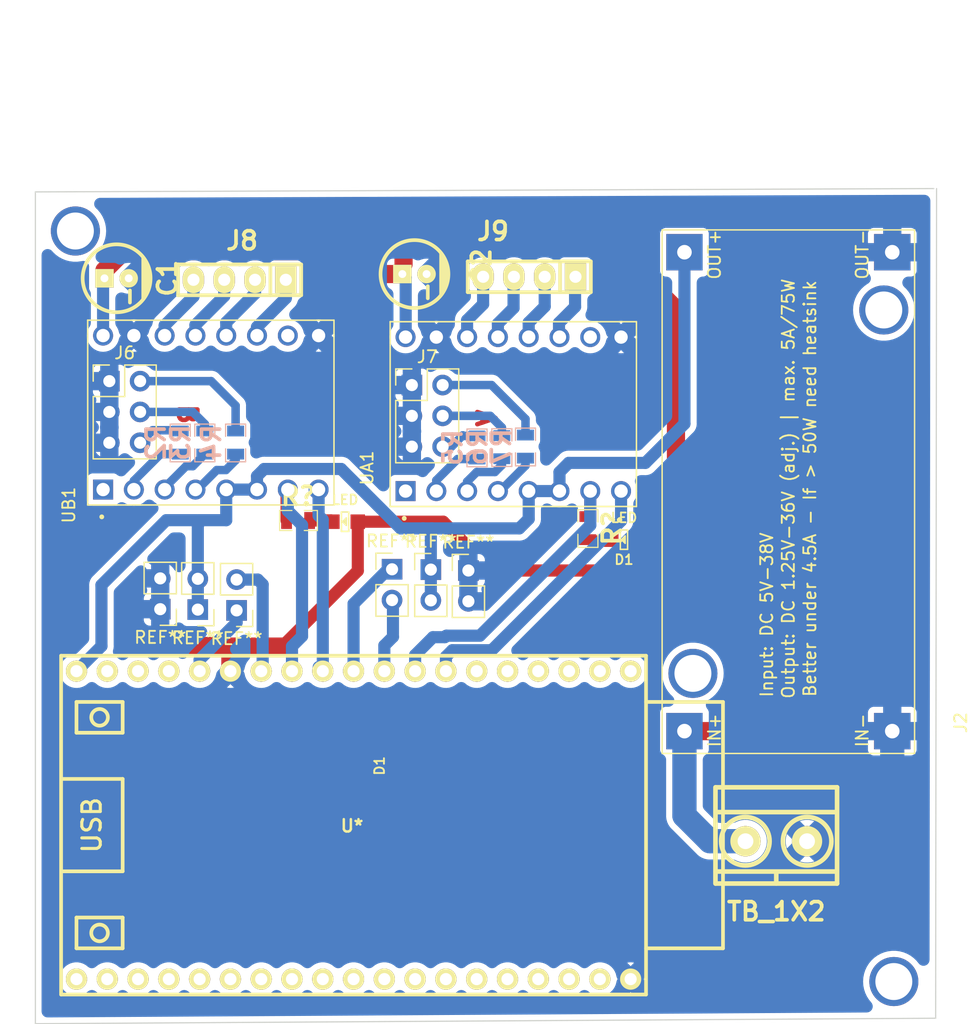
<source format=kicad_pcb>
(kicad_pcb (version 20211014) (generator pcbnew)
  (layers (0 "F.Cu" signal) (31 "B.Cu" signal) (34 "B.Paste" user) (35 "F.Paste" user) (36 "B.SilkS" user "B.Silkscreen") (37 "F.SilkS" user "F.Silkscreen") (38 "B.Mask" user) (39 "F.Mask" user) (44 "Edge.Cuts" user))
  (net 0 "")
  (net 1 "/STEP_A")
  (net 2 "/DIR_A")
  (net 3 "/Servo_A")
  (net 4 "/Servo_B")
  (net 5 "/STEP_B")
  (net 6 "/DIR_B")
  (net 7 "/End_Stop_B")
  (net 8 "/End_Stop_A")
  (net 9 "5v")
  (net 10 "12V")
  (net 11 "GND")
  (net 12 "Net-(J6-Pad2)")
  (net 13 "Net-(J6-Pad4)")
  (net 14 "Net-(J6-Pad6)")
  (net 15 "Net-(J7-Pad2)")
  (net 16 "Net-(J7-Pad4)")
  (net 17 "Net-(J7-Pad6)")
  (net 18 "/11A")
  (net 19 "/12A")
  (net 20 "Net-(UB1-Pad13)")
  (net 21 "Net-(UB1-Pad14)")
  (net 22 "/11C")
  (net 23 "/12C")
  (net 24 "Net-(UA1-Pad13)")
  (net 25 "Net-(UA1-Pad14)")
  (net 26 "Net-(UB1-Pad2)")
  (net 27 "Net-(UB1-Pad3)")
  (net 28 "Net-(UB1-Pad4)")
  (net 29 "Net-(UA1-Pad2)")
  (net 30 "Net-(UA1-Pad3)")
  (net 31 "Net-(UA1-Pad4)")
  (net 33 "unconnected-(UB1-Pad10)")
  (net 34 "led_res_1")
  (net 35 "led_res_2")
  (footprint "lx:XL4005_DC-DC" (layer "F.Cu") (at 175.6665 112.3235 90)
    (fp_text reference "J2" (at 2.54 3.81 90) (layer "F.SilkS"))
    (fp_text value "Step_Down_Mini")
    (fp_text user "Output: DC 1.25V-36V (adj.) | max. 5A/75W" (at 21.844 -10.414 90) (layer "F.SilkS"))
    (fp_text user "OUT+" (at 41.148 -16.51 90) (layer "F.SilkS"))
    (fp_text user "IN-" (at 1.905 -4.318 90) (layer "F.SilkS"))
    (fp_text user "Better under 4.5A - If > 50W need heatsink" (at 21.844 -8.636 90) (layer "F.SilkS"))
    (fp_text user "IN+" (at 1.905 -16.51 90) (layer "F.SilkS"))
    (fp_text user "Input: DC 5V-38V" (at 11.43 -12.192 90) (layer "F.SilkS"))
    (fp_text user "OUT-" (at 41.148 -4.318 90) (layer "F.SilkS"))
    (pad "" thru_hole circle locked (at 6.604 -18.288 90) (size 4.048 4.048) (drill 3.048) (layers *.Cu *.Mask))
    (pad "" thru_hole circle locked (at 36.576 -2.54 90) (size 4.048 4.048) (drill 3.048) (layers *.Cu *.Mask))
    (pad "1" thru_hole rect locked (at 1.8415 -18.9865 90) (size 3 3) (drill 1.2) (layers *.Cu *.Mask) (net 10 "12V"))
    (pad "2" thru_hole rect locked (at 1.8415 -1.8415 90) (size 3 3) (drill 1.2) (layers *.Cu *.Mask) (net 11 "GND"))
    (pad "3" thru_hole rect locked (at 41.3385 -18.9865 90) (size 3 3) (drill 1.2) (layers *.Cu *.Mask) (net 9 "5v"))
    (pad "4" thru_hole rect locked (at 41.3385 -1.8415 90) (size 3 3) (drill 1.2) (layers *.Cu *.Mask) (net 11 "GND"))
  )
  (footprint "STEPPERDRIVERS:IC_DRV8825_STEPPER_MOTOR_DRIVER_CARRIER" (layer "F.Cu") (at 117.605 84.21 90)
    (fp_text reference "UB1" (at -7.63 -11.715 90) (layer "F.SilkS"))
    (fp_text value "DRV8825_STEPPER_MOTOR_DRIVER_CARRIER")
    (pad "1" thru_hole rect (at -6.35 -8.89 90) (size 1.65 1.65) (drill 1.1) (layers *.Cu *.Mask))
    (pad "2" thru_hole circle (at -6.35 -6.35 90) (size 1.65 1.65) (drill 1.1) (layers *.Cu *.Mask) (net 26 "Net-(UB1-Pad2)"))
    (pad "3" thru_hole circle (at -6.35 -3.81 90) (size 1.65 1.65) (drill 1.1) (layers *.Cu *.Mask) (net 27 "Net-(UB1-Pad3)"))
    (pad "4" thru_hole circle (at -6.35 -1.27 90) (size 1.65 1.65) (drill 1.1) (layers *.Cu *.Mask) (net 28 "Net-(UB1-Pad4)"))
    (pad "5" thru_hole circle (at -6.35 1.27 90) (size 1.65 1.65) (drill 1.1) (layers *.Cu *.Mask) (net 9 "5v"))
    (pad "6" thru_hole circle (at -6.35 3.81 90) (size 1.65 1.65) (drill 1.1) (layers *.Cu *.Mask) (net 9 "5v"))
    (pad "7" thru_hole circle (at -6.35 6.35 90) (size 1.65 1.65) (drill 1.1) (layers *.Cu *.Mask) (net 5 "/STEP_B"))
    (pad "8" thru_hole circle (at -6.35 8.89 90) (size 1.65 1.65) (drill 1.1) (layers *.Cu *.Mask) (net 6 "/DIR_B"))
    (pad "9" thru_hole circle (at 6.35 8.89 90) (size 1.65 1.65) (drill 1.1) (layers *.Cu *.Mask) (net 11 "GND"))
    (pad "10" thru_hole circle (at 6.35 6.35 90) (size 1.65 1.65) (drill 1.1) (layers *.Cu *.Mask) (net 33 "unconnected-(UB1-Pad10)"))
    (pad "11" thru_hole circle (at 6.35 3.81 90) (size 1.65 1.65) (drill 1.1) (layers *.Cu *.Mask) (net 18 "/11A"))
    (pad "12" thru_hole circle (at 6.35 1.27 90) (size 1.65 1.65) (drill 1.1) (layers *.Cu *.Mask) (net 19 "/12A"))
    (pad "13" thru_hole circle (at 6.35 -1.27 90) (size 1.65 1.65) (drill 1.1) (layers *.Cu *.Mask) (net 20 "Net-(UB1-Pad13)"))
    (pad "14" thru_hole circle (at 6.35 -3.81 90) (size 1.65 1.65) (drill 1.1) (layers *.Cu *.Mask) (net 21 "Net-(UB1-Pad14)"))
    (pad "15" thru_hole circle (at 6.35 -6.35 90) (size 1.65 1.65) (drill 1.1) (layers *.Cu *.Mask) (net 11 "GND"))
    (pad "16" thru_hole circle (at 6.35 -8.89 90) (size 1.65 1.65) (drill 1.1) (layers *.Cu *.Mask) (net 10 "12V"))
  )
  (footprint "Connector_PinHeader_2.54mm:PinHeader_1x02_P2.54mm_Vertical" (layer "F.Cu") (at 119.73 100.525 180)
    (fp_text reference "REF**" (at 0 -2.33) (layer "F.SilkS"))
    (fp_text value "PinHeader_1x02_P2.54mm_Vertical")
    (pad "2" thru_hole oval (at 0 2.54 180) (size 1.7 1.7) (drill 1) (layers *.Cu *.Mask) (net 7 "/End_Stop_B"))
    (pad "se" thru_hole rect (at 0 0 180) (size 1.7 1.7) (drill 1) (layers *.Cu *.Mask) (net 8 "/End_Stop_A"))
  )
  (footprint "EESTN5:BORNERA2_AZUL" (layer "F.Cu") (at 164.255 119.56125)
    (fp_text reference "J1" hide)
    (fp_text value "TB_1X2" (at 0 5.8) (layer "F.SilkS") (effects (font (size 1.5 1.5) (thickness 0.3))))
    (pad "1" thru_hole circle locked (at -2.54 0) (size 2.5 2.5) (drill 1.3) (layers *.Cu *.Mask "F.SilkS") (net 10 "12V"))
    (pad "2" thru_hole circle locked (at 2.54 0) (size 2.5 2.5) (drill 1.3) (layers *.Cu *.Mask "F.SilkS") (net 11 "GND"))
  )
  (footprint "EESTN5:ESP32_DEVKITC" (layer "F.Cu") (at 129.38 118.235 180)
    (fp_text reference "U*" (at 0.127 -0.0635) (layer "F.SilkS") (effects (font (size 1.016 1.016) (thickness 0.2032))))
    (fp_text value "ESP32_DEVKITC" hide)
    (fp_text user "USB" (at 21.59 0 90) (layer "F.SilkS") (effects (font (size 1.524 1.524) (thickness 0.254))))
    (pad "1" thru_hole circle locked (at -22.86 12.7 180) (size 1.75 1.75) (drill 1) (layers *.Cu *.Mask "F.SilkS"))
    (pad "2" thru_hole circle locked (at -20.32 12.7 180) (size 1.75 1.75) (drill 1) (layers *.Cu *.Mask "F.SilkS"))
    (pad "3" thru_hole circle locked (at -17.78 12.7 180) (size 1.75 1.75) (drill 1) (layers *.Cu *.Mask "F.SilkS"))
    (pad "4" thru_hole circle locked (at -15.24 12.7 180) (size 1.75 1.75) (drill 1) (layers *.Cu *.Mask "F.SilkS"))
    (pad "5" thru_hole circle locked (at -12.7 12.7 180) (size 1.75 1.75) (drill 1) (layers *.Cu *.Mask "F.SilkS"))
    (pad "6" thru_hole circle locked (at -10.16 12.7 180) (size 1.75 1.75) (drill 1) (layers *.Cu *.Mask "F.SilkS"))
    (pad "7" thru_hole circle locked (at -7.62 12.7 180) (size 1.75 1.75) (drill 1) (layers *.Cu *.Mask "F.SilkS") (net 2 "/DIR_A"))
    (pad "8" thru_hole circle locked (at -5.08 12.7 180) (size 1.75 1.75) (drill 1) (layers *.Cu *.Mask "F.SilkS") (net 1 "/STEP_A"))
    (pad "9" thru_hole circle locked (at -2.54 12.7 180) (size 1.75 1.75) (drill 1) (layers *.Cu *.Mask "F.SilkS") (net 4 "/Servo_B"))
    (pad "10" thru_hole circle locked (at 0 12.7 180) (size 1.75 1.75) (drill 1) (layers *.Cu *.Mask "F.SilkS") (net 3 "/Servo_A"))
    (pad "11" thru_hole circle locked (at 2.54 12.7 180) (size 1.75 1.75) (drill 1) (layers *.Cu *.Mask "F.SilkS") (net 6 "/DIR_B"))
    (pad "12" thru_hole circle locked (at 5.08 12.7 180) (size 1.75 1.75) (drill 1) (layers *.Cu *.Mask "F.SilkS") (net 5 "/STEP_B"))
    (pad "13" thru_hole circle locked (at 7.62 12.7 180) (size 1.75 1.75) (drill 1) (layers *.Cu *.Mask "F.SilkS") (net 7 "/End_Stop_B"))
    (pad "14" thru_hole circle locked (at 10.16 12.7 180) (size 1.75 1.75) (drill 1) (layers *.Cu *.Mask "F.SilkS") (net 11 "GND"))
    (pad "15" thru_hole circle locked (at 12.7 12.7 180) (size 1.75 1.75) (drill 1) (layers *.Cu *.Mask "F.SilkS") (net 8 "/End_Stop_A"))
    (pad "16" thru_hole circle locked (at 15.24 12.7 180) (size 1.75 1.75) (drill 1) (layers *.Cu *.Mask "F.SilkS"))
    (pad "17" thru_hole circle locked (at 17.78 12.7 180) (size 1.75 1.75) (drill 1) (layers *.Cu *.Mask "F.SilkS"))
    (pad "18" thru_hole circle locked (at 20.32 12.7 180) (size 1.75 1.75) (drill 1) (layers *.Cu *.Mask "F.SilkS"))
    (pad "19" thru_hole circle locked (at 22.86 12.7 180) (size 1.75 1.75) (drill 1) (layers *.Cu *.Mask "F.SilkS") (net 9 "5v"))
    (pad "20" thru_hole circle locked (at 22.86 -12.7) (size 1.75 1.75) (drill 1) (layers *.Cu *.Mask "F.SilkS"))
    (pad "21" thru_hole circle locked (at 20.32 -12.7) (size 1.75 1.75) (drill 1) (layers *.Cu *.Mask "F.SilkS"))
    (pad "22" thru_hole circle locked (at 17.78 -12.7) (size 1.75 1.75) (drill 1) (layers *.Cu *.Mask "F.SilkS"))
    (pad "23" thru_hole circle locked (at 15.24 -12.7) (size 1.75 1.75) (drill 1) (layers *.Cu *.Mask "F.SilkS"))
    (pad "24" thru_hole circle locked (at 12.7 -12.7) (size 1.75 1.75) (drill 1) (layers *.Cu *.Mask "F.SilkS"))
    (pad "25" thru_hole circle locked (at 10.16 -12.7) (size 1.75 1.75) (drill 1) (layers *.Cu *.Mask "F.SilkS"))
    (pad "26" thru_hole circle locked (at 7.62 -12.7) (size 1.75 1.75) (drill 1) (layers *.Cu *.Mask "F.SilkS"))
    (pad "27" thru_hole circle locked (at 5.08 -12.7) (size 1.75 1.75) (drill 1) (layers *.Cu *.Mask "F.SilkS"))
    (pad "28" thru_hole circle locked (at 2.54 -12.7) (size 1.75 1.75) (drill 1) (layers *.Cu *.Mask "F.SilkS"))
    (pad "29" thru_hole circle locked (at 0 -12.7) (size 1.75 1.75) (drill 1) (layers *.Cu *.Mask "F.SilkS"))
    (pad "30" thru_hole circle locked (at -2.54 -12.7) (size 1.75 1.75) (drill 1) (layers *.Cu *.Mask "F.SilkS"))
    (pad "31" thru_hole circle locked (at -5.08 -12.7) (size 1.75 1.75) (drill 1) (layers *.Cu *.Mask "F.SilkS"))
    (pad "32" thru_hole circle locked (at -7.62 -12.7) (size 1.75 1.75) (drill 1) (layers *.Cu *.Mask "F.SilkS"))
    (pad "33" thru_hole circle locked (at -10.16 -12.7) (size 1.75 1.75) (drill 1) (layers *.Cu *.Mask "F.SilkS"))
    (pad "34" thru_hole circle locked (at -12.7 -12.7) (size 1.75 1.75) (drill 1) (layers *.Cu *.Mask "F.SilkS"))
    (pad "35" thru_hole circle locked (at -15.24 -12.7) (size 1.75 1.75) (drill 1) (layers *.Cu *.Mask "F.SilkS"))
    (pad "36" thru_hole circle locked (at -17.78 -12.7) (size 1.75 1.75) (drill 1) (layers *.Cu *.Mask "F.SilkS"))
    (pad "37" thru_hole circle locked (at -20.32 -12.7) (size 1.75 1.75) (drill 1) (layers *.Cu *.Mask "F.SilkS"))
    (pad "38" thru_hole circle locked (at -22.86 -12.7) (size 1.75 1.75) (drill 1) (layers *.Cu *.Mask "F.SilkS") (net 11 "GND"))
  )
  (footprint "" (layer "F.Cu") (at 173.955 131.135)
    (fp_text reference "" (at 0 0) (layer "F.SilkS") (effects (font (size 1.27 1.27))))
    (fp_text value "" (at 0 0) (layer "F.SilkS") (effects (font (size 1.27 1.27))))
    (pad "" thru_hole circle locked (at 0 0 90) (size 4.048 4.048) (drill 3.048) (layers *.Cu *.Mask))
  )
  (footprint "STEPPERDRIVERS:IC_DRV8825_STEPPER_MOTOR_DRIVER_CARRIER" (layer "F.Cu") (at 142.56 84.335 90)
    (fp_text reference "UA1" (at -4.445 -12.065 90) (layer "F.SilkS"))
    (fp_text value "DRV8825_STEPPER_MOTOR_DRIVER_CARRIER")
    (pad "1" thru_hole rect (at -6.35 -8.89 90) (size 1.65 1.65) (drill 1.1) (layers *.Cu *.Mask))
    (pad "2" thru_hole circle (at -6.35 -6.35 90) (size 1.65 1.65) (drill 1.1) (layers *.Cu *.Mask) (net 29 "Net-(UA1-Pad2)"))
    (pad "3" thru_hole circle (at -6.35 -3.81 90) (size 1.65 1.65) (drill 1.1) (layers *.Cu *.Mask) (net 30 "Net-(UA1-Pad3)"))
    (pad "4" thru_hole circle (at -6.35 -1.27 90) (size 1.65 1.65) (drill 1.1) (layers *.Cu *.Mask) (net 31 "Net-(UA1-Pad4)"))
    (pad "5" thru_hole circle (at -6.35 1.27 90) (size 1.65 1.65) (drill 1.1) (layers *.Cu *.Mask) (net 9 "5v"))
    (pad "6" thru_hole circle (at -6.35 3.81 90) (size 1.65 1.65) (drill 1.1) (layers *.Cu *.Mask) (net 9 "5v"))
    (pad "7" thru_hole circle (at -6.35 6.35 90) (size 1.65 1.65) (drill 1.1) (layers *.Cu *.Mask) (net 1 "/STEP_A"))
    (pad "8" thru_hole circle (at -6.35 8.89 90) (size 1.65 1.65) (drill 1.1) (layers *.Cu *.Mask) (net 2 "/DIR_A"))
    (pad "9" thru_hole circle (at 6.35 8.89 90) (size 1.65 1.65) (drill 1.1) (layers *.Cu *.Mask) (net 11 "GND"))
    (pad "10" thru_hole circle (at 6.35 6.35 90) (size 1.65 1.65) (drill 1.1) (layers *.Cu *.Mask))
    (pad "11" thru_hole circle (at 6.35 3.81 90) (size 1.65 1.65) (drill 1.1) (layers *.Cu *.Mask) (net 22 "/11C"))
    (pad "12" thru_hole circle (at 6.35 1.27 90) (size 1.65 1.65) (drill 1.1) (layers *.Cu *.Mask) (net 23 "/12C"))
    (pad "13" thru_hole circle (at 6.35 -1.27 90) (size 1.65 1.65) (drill 1.1) (layers *.Cu *.Mask) (net 24 "Net-(UA1-Pad13)"))
    (pad "14" thru_hole circle (at 6.35 -3.81 90) (size 1.65 1.65) (drill 1.1) (layers *.Cu *.Mask) (net 25 "Net-(UA1-Pad14)"))
    (pad "15" thru_hole circle (at 6.35 -6.35 90) (size 1.65 1.65) (drill 1.1) (layers *.Cu *.Mask) (net 11 "GND"))
    (pad "16" thru_hole circle (at 6.35 -8.89 90) (size 1.65 1.65) (drill 1.1) (layers *.Cu *.Mask) (net 10 "12V"))
  )
  (footprint "EESTN5:R_0805" (layer "F.Cu") (at 124.805 93.11)
    (fp_text reference "R?" (at 0 -2) (layer "F.SilkS") (effects (font (size 1.5 1.5) (thickness 0.3))))
    (fp_text value "Value" hide)
    (pad "1" smd rect locked (at -0.9525 0) (size 0.889 1.397) (layers "F.Cu" "F.Paste" "F.Mask") (net 5 "/STEP_B"))
    (pad "2" smd rect locked (at 0.9525 0) (size 0.889 1.397) (layers "F.Cu" "F.Paste" "F.Mask") (net 35 "led_res_2"))
  )
  (footprint "" (layer "F.Cu") (at 106.43 69.235)
    (fp_text reference "" (at 0 0) (layer "F.SilkS") (effects (font (size 1.27 1.27))))
    (fp_text value "" (at 0 0) (layer "F.SilkS") (effects (font (size 1.27 1.27))))
    (pad "" thru_hole circle locked (at 0 0 90) (size 4.048 4.048) (drill 3.048) (layers *.Cu *.Mask))
  )
  (footprint "Connector_PinHeader_2.54mm:PinHeader_2x03_P2.54mm_Vertical" (layer "F.Cu") (at 109.23 81.6175)
    (fp_text reference "J6" (at 1.27 -2.33) (layer "F.SilkS"))
    (fp_text value "HEADER_3x2")
    (pad "1" thru_hole rect (at 0 0) (size 1.7 1.7) (drill 1) (layers *.Cu *.Mask) (net 11 "GND"))
    (pad "2" thru_hole oval (at 2.54 0) (size 1.7 1.7) (drill 1) (layers *.Cu *.Mask) (net 12 "Net-(J6-Pad2)"))
    (pad "3" thru_hole oval (at 0 2.54) (size 1.7 1.7) (drill 1) (layers *.Cu *.Mask) (net 11 "GND"))
    (pad "4" thru_hole oval (at 2.54 2.54) (size 1.7 1.7) (drill 1) (layers *.Cu *.Mask) (net 13 "Net-(J6-Pad4)"))
    (pad "5" thru_hole oval (at 0 5.08) (size 1.7 1.7) (drill 1) (layers *.Cu *.Mask) (net 11 "GND"))
    (pad "6" thru_hole oval (at 2.54 5.08) (size 1.7 1.7) (drill 1) (layers *.Cu *.Mask) (net 14 "Net-(J6-Pad6)"))
  )
  (footprint "EESTN5:R_0805" (layer "F.Cu") (at 148.715 93.74 -90)
    (fp_text reference "R?" (at 0 -2 90) (layer "F.SilkS") (effects (font (size 1.5 1.5) (thickness 0.3))))
    (fp_text value "Value" hide)
    (pad "1" smd rect locked (at -0.9525 0 270) (size 0.889 1.397) (layers "F.Cu" "F.Paste" "F.Mask") (net 1 "/STEP_A"))
    (pad "2" smd rect locked (at 0.9525 0 270) (size 0.889 1.397) (layers "F.Cu" "F.Paste" "F.Mask"))
  )
  (footprint "Connector_PinHeader_2.54mm:PinHeader_1x02_P2.54mm_Vertical" (layer "F.Cu") (at 132.555 97.135)
    (fp_text reference "REF**" (at 0 -2.33) (layer "F.SilkS"))
    (fp_text value "PinHeader_1x02_P2.54mm_Vertical")
    (pad "2" thru_hole oval (at 0 2.54) (size 1.7 1.7) (drill 1) (layers *.Cu *.Mask) (net 4 "/Servo_B"))
    (pad "se" thru_hole rect (at 0 0) (size 1.7 1.7) (drill 1) (layers *.Cu *.Mask) (net 3 "/Servo_A"))
  )
  (footprint "Connector_PinHeader_2.54mm:PinHeader_1x02_P2.54mm_Vertical" (layer "F.Cu") (at 113.43 100.425 180)
    (fp_text reference "REF**" (at 0 -2.33) (layer "F.SilkS"))
    (fp_text value "PinHeader_1x02_P2.54mm_Vertical")
    (pad "2" thru_hole oval (at 0 2.54 180) (size 1.7 1.7) (drill 1) (layers *.Cu *.Mask) (net 11 "GND"))
    (pad "g" thru_hole rect (at 0 0 180) (size 1.7 1.7) (drill 1) (layers *.Cu *.Mask) (net 11 "GND"))
  )
  (footprint "EESTN5:Led_0805" (layer "F.Cu") (at 128.68 93.21 180)
    (fp_text reference "D1" (at -2.844 -20.135 90) (layer "F.SilkS") (effects (font (size 0.8001 0.8001) (thickness 0.14986))))
    (fp_text value "LED" (at 0 1.80086) (layer "F.SilkS") (effects (font (size 0.8001 0.8001) (thickness 0.14986))))
    (pad "1" smd rect locked (at -1.04902 0 180) (size 1.19888 1.19888) (layers "F.Cu" "F.Paste" "F.Mask") (net 11 "GND"))
    (pad "2" smd rect locked (at 1.04902 0 180) (size 1.19888 1.19888) (layers "F.Cu" "F.Paste" "F.Mask") (net 35 "led_res_2"))
  )
  (footprint "EESTN5:Led_0805" (layer "F.Cu") (at 151.69 94.69 180)
    (fp_text reference "D1" (at 0 -1.651) (layer "F.SilkS") (effects (font (size 0.8001 0.8001) (thickness 0.14986))))
    (fp_text value "LED" (at 0 1.80086) (layer "F.SilkS") (effects (font (size 0.8001 0.8001) (thickness 0.14986))))
    (pad "1" smd rect locked (at -1.04902 0 180) (size 1.19888 1.19888) (layers "F.Cu" "F.Paste" "F.Mask") (net 11 "GND"))
    (pad "2" smd rect locked (at 1.04902 0 180) (size 1.19888 1.19888) (layers "F.Cu" "F.Paste" "F.Mask"))
  )
  (footprint "Connector_PinHeader_2.54mm:PinHeader_1x02_P2.54mm_Vertical" (layer "F.Cu") (at 116.53 100.46 180)
    (fp_text reference "REF**" (at 0 -2.33) (layer "F.SilkS"))
    (fp_text value "PinHeader_1x02_P2.54mm_Vertical")
    (pad "1" thru_hole rect (at 0 0 180) (size 1.7 1.7) (drill 1) (layers *.Cu *.Mask) (net 9 "5v"))
    (pad "2" thru_hole oval (at 0 2.54 180) (size 1.7 1.7) (drill 1) (layers *.Cu *.Mask) (net 9 "5v"))
  )
  (footprint "EESTN5:pin_strip_4" (layer "F.Cu") (at 119.98 73.26 180)
    (fp_text reference "J8" (at -0.2032 3.2258) (layer "F.SilkS") (effects (font (size 1.5 1.5) (thickness 0.3))))
    (fp_text value "HEADER_4" hide)
    (pad "1" thru_hole rect locked (at -3.81 0 180) (size 1.75 2.2) (drill 1.00076) (layers *.Cu *.Mask "F.SilkS") (net 18 "/11A"))
    (pad "2" thru_hole oval locked (at -1.27 0 180) (size 1.75 2.2) (drill 1.00076) (layers *.Cu *.Mask "F.SilkS") (net 19 "/12A"))
    (pad "3" thru_hole oval locked (at 1.27 0 180) (size 1.75 2.2) (drill 1.00076) (layers *.Cu *.Mask "F.SilkS") (net 20 "Net-(UB1-Pad13)"))
    (pad "4" thru_hole oval locked (at 3.81 0 180) (size 1.75 2.2) (drill 1.00076) (layers *.Cu *.Mask "F.SilkS") (net 21 "Net-(UB1-Pad14)"))
  )
  (footprint "EESTN5:CAP_ELEC_5x11mm" (layer "F.Cu") (at 134.405 72.785 -90)
    (fp_text reference "C2" (at -0.6 -5.525 90) (layer "F.SilkS") (effects (font (size 1.524 1.524) (thickness 0.3048))))
    (fp_text value "CAPAPOL" hide)
    (pad "1" thru_hole rect locked (at 0 1 270) (size 1.524 1.524) (drill 0.65) (layers *.Cu *.Mask "F.SilkS") (net 10 "12V"))
    (pad "2" thru_hole circle locked (at 0 -1 270) (size 1.524 1.524) (drill 0.65) (layers *.Cu *.Mask "F.SilkS") (net 11 "GND"))
  )
  (footprint "Connector_PinHeader_2.54mm:PinHeader_1x02_P2.54mm_Vertical" (layer "F.Cu") (at 138.855 97.235)
    (fp_text reference "REF**" (at 0 -2.33) (layer "F.SilkS"))
    (fp_text value "PinHeader_1x02_P2.54mm_Vertical")
    (pad "2" thru_hole oval (at 0 2.54) (size 1.7 1.7) (drill 1) (layers *.Cu *.Mask) (net 11 "GND"))
    (pad "g" thru_hole rect (at 0 0) (size 1.7 1.7) (drill 1) (layers *.Cu *.Mask) (net 11 "GND"))
  )
  (footprint "Connector_PinHeader_2.54mm:PinHeader_1x02_P2.54mm_Vertical" (layer "F.Cu") (at 135.755 97.16)
    (fp_text reference "REF**" (at 0 -2.33) (layer "F.SilkS"))
    (fp_text value "PinHeader_1x02_P2.54mm_Vertical")
    (pad "1" thru_hole rect (at 0 0) (size 1.7 1.7) (drill 1) (layers *.Cu *.Mask) (net 9 "5v"))
    (pad "2" thru_hole oval (at 0 2.54) (size 1.7 1.7) (drill 1) (layers *.Cu *.Mask) (net 9 "5v"))
  )
  (footprint "EESTN5:pin_strip_4" (layer "F.Cu") (at 143.88 73.01 180)
    (fp_text reference "J9" (at 2.9968 3.7508) (layer "F.SilkS") (effects (font (size 1.5 1.5) (thickness 0.3))))
    (fp_text value "HEADER_4" hide)
    (pad "1" thru_hole rect locked (at -3.81 0 180) (size 1.75 2.2) (drill 1.00076) (layers *.Cu *.Mask "F.SilkS") (net 22 "/11C"))
    (pad "2" thru_hole oval locked (at -1.27 0 180) (size 1.75 2.2) (drill 1.00076) (layers *.Cu *.Mask "F.SilkS") (net 23 "/12C"))
    (pad "3" thru_hole oval locked (at 1.27 0 180) (size 1.75 2.2) (drill 1.00076) (layers *.Cu *.Mask "F.SilkS") (net 24 "Net-(UA1-Pad13)"))
    (pad "4" thru_hole oval locked (at 3.81 0 180) (size 1.75 2.2) (drill 1.00076) (layers *.Cu *.Mask "F.SilkS") (net 25 "Net-(UA1-Pad14)"))
  )
  (footprint "EESTN5:CAP_ELEC_5x11mm" (layer "F.Cu") (at 109.83 73.135 -90)
    (fp_text reference "C1" (at 0 -4.2 90) (layer "F.SilkS") (effects (font (size 1.524 1.524) (thickness 0.3048))))
    (fp_text value "CAPAPOL" hide)
    (pad "1" thru_hole rect locked (at 0 1 270) (size 1.524 1.524) (drill 0.65) (layers *.Cu *.Mask "F.SilkS") (net 10 "12V"))
    (pad "2" thru_hole circle locked (at 0 -1 270) (size 1.524 1.524) (drill 0.65) (layers *.Cu *.Mask "F.SilkS") (net 11 "GND"))
  )
  (footprint "Connector_PinHeader_2.54mm:PinHeader_2x03_P2.54mm_Vertical" (layer "F.Cu") (at 134.19 81.94)
    (fp_text reference "J7" (at 1.27 -2.33) (layer "F.SilkS"))
    (fp_text value "HEADER_3x2")
    (pad "1" thru_hole rect (at 0 0) (size 1.7 1.7) (drill 1) (layers *.Cu *.Mask) (net 11 "GND"))
    (pad "2" thru_hole oval (at 2.54 0) (size 1.7 1.7) (drill 1) (layers *.Cu *.Mask) (net 15 "Net-(J7-Pad2)"))
    (pad "3" thru_hole oval (at 0 2.54) (size 1.7 1.7) (drill 1) (layers *.Cu *.Mask) (net 11 "GND"))
    (pad "4" thru_hole oval (at 2.54 2.54) (size 1.7 1.7) (drill 1) (layers *.Cu *.Mask) (net 16 "Net-(J7-Pad4)"))
    (pad "5" thru_hole oval (at 0 5.08) (size 1.7 1.7) (drill 1) (layers *.Cu *.Mask) (net 11 "GND"))
    (pad "6" thru_hole oval (at 2.54 5.08) (size 1.7 1.7) (drill 1) (layers *.Cu *.Mask) (net 17 "Net-(J7-Pad6)"))
  )
  (footprint "EESTN5:R_0805" (layer "B.Cu") (at 119.649 86.6825 -90)
    (fp_text reference "R4" (at 0 2 90) (layer "B.SilkS") (effects (font (size 1.5 1.5) (thickness 0.3)) (justify mirror)))
    (fp_text value "10k" hide)
    (pad "1" smd rect locked (at -0.9525 0 270) (size 0.889 1.397) (layers "B.Cu" "B.Paste" "B.Mask") (net 12 "Net-(J6-Pad2)"))
    (pad "2" smd rect locked (at 0.9525 0 270) (size 0.889 1.397) (layers "B.Cu" "B.Paste" "B.Mask") (net 28 "Net-(UB1-Pad4)"))
  )
  (footprint "EESTN5:R_0805" (layer "B.Cu") (at 139.565 87.09 -90)
    (fp_text reference "R5" (at 0 2 90) (layer "B.SilkS") (effects (font (size 1.5 1.5) (thickness 0.3)) (justify mirror)))
    (fp_text value "10k" hide)
    (pad "1" smd rect locked (at -0.9525 0 270) (size 0.889 1.397) (layers "B.Cu" "B.Paste" "B.Mask") (net 17 "Net-(J7-Pad6)"))
    (pad "2" smd rect locked (at 0.9525 0 270) (size 0.889 1.397) (layers "B.Cu" "B.Paste" "B.Mask") (net 29 "Net-(UA1-Pad2)"))
  )
  (footprint "EESTN5:R_0805" (layer "B.Cu") (at 115.077 86.6825 -90)
    (fp_text reference "R2" (at 0 2 90) (layer "B.SilkS") (effects (font (size 1.5 1.5) (thickness 0.3)) (justify mirror)))
    (fp_text value "10k" hide)
    (pad "1" smd rect locked (at -0.9525 0 270) (size 0.889 1.397) (layers "B.Cu" "B.Paste" "B.Mask") (net 14 "Net-(J6-Pad6)"))
    (pad "2" smd rect locked (at 0.9525 0 270) (size 0.889 1.397) (layers "B.Cu" "B.Paste" "B.Mask") (net 26 "Net-(UB1-Pad2)"))
  )
  (footprint "EESTN5:R_0805" (layer "B.Cu") (at 141.615 87.065 -90)
    (fp_text reference "R6" (at 0 2 90) (layer "B.SilkS") (effects (font (size 1.5 1.5) (thickness 0.3)) (justify mirror)))
    (fp_text value "10k" hide)
    (pad "1" smd rect locked (at -0.9525 0 270) (size 0.889 1.397) (layers "B.Cu" "B.Paste" "B.Mask") (net 16 "Net-(J7-Pad4)"))
    (pad "2" smd rect locked (at 0.9525 0 270) (size 0.889 1.397) (layers "B.Cu" "B.Paste" "B.Mask") (net 30 "Net-(UA1-Pad3)"))
  )
  (footprint "EESTN5:R_0805" (layer "B.Cu") (at 117.109 86.6825 -90)
    (fp_text reference "R3" (at 0 2 90) (layer "B.SilkS") (effects (font (size 1.5 1.5) (thickness 0.3)) (justify mirror)))
    (fp_text value "10k" hide)
    (pad "1" smd rect locked (at -0.9525 0 270) (size 0.889 1.397) (layers "B.Cu" "B.Paste" "B.Mask") (net 13 "Net-(J6-Pad4)"))
    (pad "2" smd rect locked (at 0.9525 0 270) (size 0.889 1.397) (layers "B.Cu" "B.Paste" "B.Mask") (net 27 "Net-(UB1-Pad3)"))
  )
  (footprint "EESTN5:R_0805" (layer "B.Cu") (at 143.565 87.015 -90)
    (fp_text reference "R7" (at 0 2 90) (layer "B.SilkS") (effects (font (size 1.5 1.5) (thickness 0.3)) (justify mirror)))
    (fp_text value "10k" hide)
    (pad "1" smd rect locked (at -0.9525 0 270) (size 0.889 1.397) (layers "B.Cu" "B.Paste" "B.Mask") (net 15 "Net-(J7-Pad2)"))
    (pad "2" smd rect locked (at 0.9525 0 270) (size 0.889 1.397) (layers "B.Cu" "B.Paste" "B.Mask") (net 31 "Net-(UA1-Pad4)"))
  )
  (gr_line (start 177.405 134.16) (end 177.48 65.735) (layer "Edge.Cuts") (width 0.1))
  (gr_line (start 103.13 134.61) (end 177.405 134.16) (layer "Edge.Cuts") (width 0.1))
  (gr_line (start 177.255 65.735) (end 103.13 66.01) (layer "Edge.Cuts") (width 0.1))
  (gr_line (start 103.13 66.01) (end 103.13 134.61) (layer "Edge.Cuts") (width 0.1))
  (gr_text "A" (at 140.265 84.665 -90) (layer "F.Cu") (effects (font (size 1.5 1.5) (thickness 0.375))))
  (gr_text "B\n" (at 115.6655 84.351 -90) (layer "F.Cu") (effects (font (size 1.5 1.5) (thickness 0.375))))
  (gr_text "STEP-DOWN" (at 165.455 91.06 90) (layer "F.Cu") (effects (font (size 2.5 3.5) (thickness 0.625))))
  (gr_text "ESP32-S" (at 131.98 118.635) (layer "F.Cu") (effects (font (size 3 5.5) (thickness 0.75))))
  (segment (start 148.91 92.5925) (end 148.715 92.7875) (width 1) (layer "F.Cu") (net 1))
  (segment (start 148.91 90.685) (end 148.91 92.5925) (width 1) (layer "F.Cu") (net 1))
  (segment (start 134.46 104.205) (end 134.46 105.535) (width 1) (layer "B.Cu") (net 1))
  (segment (start 136.908623 102.735) (end 135.93 102.735) (width 1) (layer "B.Cu") (net 1))
  (segment (start 137.033143 102.61048) (end 136.908623 102.735) (width 1) (layer "B.Cu") (net 1))
  (segment (start 148.91 90.685) (end 148.91 93.505) (width 1) (layer "B.Cu") (net 1))
  (segment (start 139.80452 102.61048) (end 137.033143 102.61048) (width 1) (layer "B.Cu") (net 1))
  (segment (start 148.91 93.505) (end 139.80452 102.61048) (width 1) (layer "B.Cu") (net 1))
  (segment (start 135.93 102.735) (end 134.46 104.205) (width 1) (layer "B.Cu") (net 1))
  (segment (start 151.45 93.14) (end 140.78 103.81) (width 1) (layer "B.Cu") (net 2))
  (segment (start 151.45 90.685) (end 151.45 93.14) (width 1) (layer "B.Cu") (net 2))
  (segment (start 140.78 103.81) (end 137.53 103.81) (width 1) (layer "B.Cu") (net 2))
  (segment (start 137.53 103.81) (end 137 104.34) (width 1) (layer "B.Cu") (net 2))
  (segment (start 137 104.34) (end 137 105.535) (width 1) (layer "B.Cu") (net 2))
  (segment (start 132.005 97.36) (end 129.38 99.985) (width 1) (layer "B.Cu") (net 3))
  (segment (start 129.38 99.985) (end 129.38 105.535) (width 1) (layer "B.Cu") (net 3))
  (segment (start 132.63 97.36) (end 132.005 97.36) (width 1) (layer "B.Cu") (net 3))
  (segment (start 132.63 99.36) (end 132.63 102.71) (width 1) (layer "B.Cu") (net 4))
  (segment (start 132.63 102.71) (end 131.92 103.42) (width 1) (layer "B.Cu") (net 4))
  (segment (start 131.92 103.42) (end 131.92 105.535) (width 1) (layer "B.Cu") (net 4))
  (segment (start 123.8525 93.11) (end 123.8525 90.6625) (width 1) (layer "F.Cu") (net 5))
  (segment (start 123.8525 90.6625) (end 123.955 90.56) (width 1) (layer "F.Cu") (net 5))
  (segment (start 124.3 103.49) (end 124.3 105.535) (width 1) (layer "B.Cu") (net 5))
  (segment (start 123.955 90.56) (end 123.955 92.31) (width 1) (layer "B.Cu") (net 5))
  (segment (start 125.13 93.485) (end 125.13 102.66) (width 1) (layer "B.Cu") (net 5))
  (segment (start 125.13 102.66) (end 124.3 103.49) (width 1) (layer "B.Cu") (net 5))
  (segment (start 123.955 92.31) (end 125.13 93.485) (width 1) (layer "B.Cu") (net 5))
  (segment (start 126.84 105.535) (end 126.505 105.2) (width 1) (layer "B.Cu") (net 6))
  (segment (start 126.84 105.535) (end 126.84 93.05) (width 1) (layer "B.Cu") (net 6))
  (segment (start 126.84 93.05) (end 126.495 92.705) (width 1) (layer "B.Cu") (net 6))
  (segment (start 126.495 92.705) (end 126.495 90.56) (width 1) (layer "B.Cu") (net 6))
  (segment (start 126.505 90.57) (end 126.495 90.56) (width 1) (layer "B.Cu") (net 6))
  (segment (start 121.48 97.985) (end 121.88 98.385) (width 1) (layer "B.Cu") (net 7))
  (segment (start 119.73 97.985) (end 121.48 97.985) (width 1) (layer "B.Cu") (net 7))
  (segment (start 121.93 105.365) (end 121.76 105.535) (width 1) (layer "B.Cu") (net 7))
  (segment (start 121.88 105.46) (end 121.88 105.48) (width 0.7) (layer "B.Cu") (net 7))
  (segment (start 121.88 98.385) (end 121.88 105.34) (width 1) (layer "B.Cu") (net 7))
  (segment (start 119.73 100.525) (end 119.73 101.535) (width 1) (layer "B.Cu") (net 8))
  (segment (start 116.68 104.585) (end 116.68 105.535) (width 1) (layer "B.Cu") (net 8))
  (segment (start 119.73 101.535) (end 116.68 104.585) (width 1) (layer "B.Cu") (net 8))
  (segment (start 116.63 93.085) (end 118.875 93.085) (width 1) (layer "B.Cu") (net 9))
  (segment (start 143.83 90.685) (end 146.37 90.685) (width 1) (layer "B.Cu") (net 9))
  (segment (start 116.505 93.21) (end 116.38 93.085) (width 1) (layer "B.Cu") (net 9))
  (segment (start 113.93 93.085) (end 108.58 98.435) (width 1) (layer "B.Cu") (net 9))
  (segment (start 108.58 103.475) (end 106.52 105.535) (width 1) (layer "B.Cu") (net 9))
  (segment (start 128.355 88.86) (end 122.005 88.86) (width 1) (layer "B.Cu") (net 9))
  (segment (start 143.055 93.76) (end 135.83 93.76) (width 1) (layer "B.Cu") (net 9))
  (segment (start 135.755 99.7) (end 135.755 97.16) (width 1) (layer "B.Cu") (net 9))
  (segment (start 143.83 90.685) (end 143.83 92.985) (width 1) (layer "B.Cu") (net 9))
  (segment (start 121.415 90.56) (end 118.875 90.56) (width 1) (layer "B.Cu") (net 9))
  (segment (start 156.68 70.985) (end 156.68 85.135) (width 1) (layer "B.Cu") (net 9))
  (segment (start 156.68 85.135) (end 153.455 88.36) (width 1) (layer "B.Cu") (net 9))
  (segment (start 143.83 92.985) (end 143.055 93.76) (width 1) (layer "B.Cu") (net 9))
  (segment (start 122.005 88.86) (end 121.415 89.45) (width 1) (layer "B.Cu") (net 9))
  (segment (start 135.83 93.76) (end 135.105 93.76) (width 1) (layer "B.Cu") (net 9))
  (segment (start 116.58 93.435) (end 116.43 93.285) (width 1) (layer "B.Cu") (net 9))
  (segment (start 146.37 89.12) (end 146.37 90.685) (width 1) (layer "B.Cu") (net 9))
  (segment (start 153.455 88.36) (end 147.13 88.36) (width 1) (layer "B.Cu") (net 9))
  (segment (start 135.105 93.76) (end 133.255 93.76) (width 1) (layer "B.Cu") (net 9))
  (segment (start 135.755 97.16) (end 135.755 93.835) (width 1) (layer "B.Cu") (net 9))
  (segment (start 116.38 93.085) (end 113.93 93.085) (width 1) (layer "B.Cu") (net 9))
  (segment (start 118.875 93.085) (end 118.875 90.56) (width 1) (layer "B.Cu") (net 9))
  (segment (start 116.53 97.92) (end 116.53 93.41) (width 1) (layer "B.Cu") (net 9))
  (segment (start 147.13 88.36) (end 146.37 89.12) (width 1) (layer "B.Cu") (net 9))
  (segment (start 108.58 98.435) (end 108.58 103.475) (width 1) (layer "B.Cu") (net 9))
  (segment (start 121.415 89.45) (end 121.415 90.56) (width 1) (layer "B.Cu") (net 9))
  (segment (start 135.755 93.835) (end 135.83 93.76) (width 1) (layer "B.Cu") (net 9))
  (segment (start 116.43 93.285) (end 116.63 93.085) (width 1) (layer "B.Cu") (net 9))
  (segment (start 135.105 93.76) (end 135.055 93.81) (width 1) (layer "B.Cu") (net 9))
  (segment (start 116.53 100.46) (end 116.53 97.92) (width 1) (layer "B.Cu") (net 9))
  (segment (start 133.255 93.76) (end 128.355 88.86) (width 1) (layer "B.Cu") (net 9))
  (segment (start 149.205978 68.91) (end 134.518 68.91) (width 1.5) (layer "F.Cu") (net 10))
  (segment (start 110.405 70.91) (end 108.83 72.485) (width 1.5) (layer "F.Cu") (net 10))
  (segment (start 128.355 72.785) (end 126.48 70.91) (width 1.5) (layer "F.Cu") (net 10))
  (segment (start 155.98 75.684022) (end 149.205978 68.91) (width 1.5) (layer "F.Cu") (net 10))
  (segment (start 134.518 68.91) (end 133.505 69.923) (width 1.5) (layer "F.Cu") (net 10))
  (segment (start 161.08 110.482) (end 161.08 94.435) (width 1.5) (layer "F.Cu") (net 10))
  (segment (start 133.505 69.923) (end 133.505 71.96) (width 1.5) (layer "F.Cu") (net 10))
  (segment (start 155.98 89.335) (end 155.98 75.684022) (width 1.5) (layer "F.Cu") (net 10))
  (segment (start 133.405 72.785) (end 128.355 72.785) (width 1.5) (layer "F.Cu") (net 10))
  (segment (start 126.48 70.91) (end 110.405 70.91) (width 1.5) (layer "F.Cu") (net 10))
  (segment (start 156.68 110.482) (end 161.08 110.482) (width 1.5) (layer "F.Cu") (net 10))
  (segment (start 108.83 72.485) (end 108.83 73.135) (width 1.5) (layer "F.Cu") (net 10))
  (segment (start 161.08 94.435) (end 155.98 89.335) (width 1.5) (layer "F.Cu") (net 10))
  (segment (start 133.67 77.985) (end 133.68 77.975) (width 1) (layer "B.Cu") (net 10))
  (segment (start 161.715 119.56125) (end 158.78125 119.56125) (width 2) (layer "B.Cu") (net 10))
  (segment (start 108.715 77.86) (end 108.715 73.25) (width 1) (layer "B.Cu") (net 10))
  (segment (start 133.68 73.06) (end 133.405 72.785) (width 1) (layer "B.Cu") (net 10))
  (segment (start 108.715 73.25) (end 108.83 73.135) (width 1) (layer "B.Cu") (net 10))
  (segment (start 156.68 117.46) (end 156.68 110.482) (width 2) (layer "B.Cu") (net 10))
  (segment (start 133.68 77.975) (end 133.68 73.06) (width 1) (layer "B.Cu") (net 10))
  (segment (start 158.78125 119.56125) (end 156.68 117.46) (width 2) (layer "B.Cu") (net 10))
  (segment (start 119.22 103.95) (end 119.22 105.535) (width 1.5) (layer "F.Cu") (net 11))
  (segment (start 129.72902 97.26098) (end 129.72902 93.21) (width 1) (layer "F.Cu") (net 11))
  (segment (start 136.78 93.21) (end 129.72902 93.21) (width 1) (layer "F.Cu") (net 11))
  (segment (start 152.455 97.235) (end 152.73902 96.95098) (width 1) (layer "F.Cu") (net 11))
  (segment (start 173.825 70.985) (end 173.825 70.93) (width 0.7) (layer "F.Cu") (net 11))
  (segment (start 138.855 97.235) (end 152.455 97.235) (width 1) (layer "F.Cu") (net 11))
  (segment (start 114.455 103.46) (end 118.73 103.46) (width 1.5) (layer "F.Cu") (net 11))
  (segment (start 119.18 103.91) (end 119.18 103.51) (width 1) (layer "F.Cu") (net 11))
  (segment (start 152.73902 96.95098) (end 152.73902 94.69) (width 1) (layer "F.Cu") (net 11))
  (segment (start 119.22 103.95) (end 119.18 103.91) (width 1) (layer "F.Cu") (net 11))
  (segment (start 123.48 103.51) (end 129.72902 97.26098) (width 1) (layer "F.Cu") (net 11))
  (segment (start 138.855 97.235) (end 138.855 95.285) (width 1) (layer "F.Cu") (net 11))
  (segment (start 119.18 103.51) (end 123.48 103.51) (width 1.5) (layer "F.Cu") (net 11))
  (segment (start 138.855 95.285) (end 136.78 93.21) (width 1) (layer "F.Cu") (net 11))
  (segment (start 113.43 102.435) (end 114.455 103.46) (width 1) (layer "F.Cu") (net 11))
  (segment (start 113.43 100.425) (end 113.43 102.435) (width 1) (layer "F.Cu") (net 11))
  (segment (start 118.73 103.46) (end 119.22 103.95) (width 1) (layer "F.Cu") (net 11))
  (segment (start 170.90375 119.56125) (end 173.825 116.64) (width 2) (layer "B.Cu") (net 11))
  (segment (start 173.825 116.64) (end 173.825 110.482) (width 2) (layer "B.Cu") (net 11))
  (segment (start 113.43 100.425) (end 113.43 97.885) (width 1) (layer "B.Cu") (net 11))
  (segment (start 166.795 119.56125) (end 170.90375 119.56125) (width 2) (layer "B.Cu") (net 11))
  (segment (start 117.632 81.6175) (end 119.649 83.6345) (width 0.7) (layer "B.Cu") (net 12))
  (segment (start 119.649 83.6345) (end 119.649 85.73) (width 0.7) (layer "B.Cu") (net 12))
  (segment (start 111.77 81.6175) (end 117.632 81.6175) (width 0.7) (layer "B.Cu") (net 12))
  (segment (start 117.109 85.1585) (end 117.109 85.73) (width 0.7) (layer "B.Cu") (net 13))
  (segment (start 116.108 84.1575) (end 117.109 85.1585) (width 0.7) (layer "B.Cu") (net 13))
  (segment (start 111.77 84.1575) (end 116.108 84.1575) (width 0.7) (layer "B.Cu") (net 13))
  (segment (start 115.0135 85.6665) (end 115.077 85.73) (width 0.7) (layer "B.Cu") (net 14))
  (segment (start 111.77 86.6975) (end 112.801 85.6665) (width 0.7) (layer "B.Cu") (net 14))
  (segment (start 112.801 85.6665) (end 115.0135 85.6665) (width 0.7) (layer "B.Cu") (net 14))
  (segment (start 140.765 81.94) (end 143.565 84.74) (width 0.7) (layer "B.Cu") (net 15))
  (segment (start 143.565 84.74) (end 143.565 86.0625) (width 0.7) (layer "B.Cu") (net 15))
  (segment (start 136.73 81.94) (end 140.765 81.94) (width 0.7) (layer "B.Cu") (net 15))
  (segment (start 141.615 85.44) (end 141.615 86.1125) (width 0.7) (layer "B.Cu") (net 16))
  (segment (start 140.655 84.48) (end 141.615 85.44) (width 0.7) (layer "B.Cu") (net 16))
  (segment (start 136.73 84.48) (end 140.655 84.48) (width 0.7) (layer "B.Cu") (net 16))
  (segment (start 138.4375 86.1375) (end 139.565 86.1375) (width 0.7) (layer "B.Cu") (net 17))
  (segment (start 137.46 87.02) (end 138.39 86.09) (width 0.7) (layer "B.Cu") (net 17))
  (segment (start 138.39 86.09) (end 138.4375 86.1375) (width 0.7) (layer "B.Cu") (net 17))
  (segment (start 136.73 87.02) (end 137.46 87.02) (width 0.7) (layer "B.Cu") (net 17))
  (segment (start 121.415 77.86) (end 121.415 77.15) (width 1) (layer "B.Cu") (net 18))
  (segment (start 121.415 77.15) (end 123.79 74.775) (width 1) (layer "B.Cu") (net 18))
  (segment (start 123.79 74.775) (end 123.79 73.26) (width 1) (layer "B.Cu") (net 18))
  (segment (start 118.875 76.765) (end 121.25 74.39) (width 1) (layer "B.Cu") (net 19))
  (segment (start 118.875 77.86) (end 118.875 76.765) (width 1) (layer "B.Cu") (net 19))
  (segment (start 121.25 74.39) (end 121.25 73.26) (width 1) (layer "B.Cu") (net 19))
  (segment (start 116.335 76.98) (end 118.71 74.605) (width 1) (layer "B.Cu") (net 20))
  (segment (start 118.71 74.605) (end 118.71 73.26) (width 1) (layer "B.Cu") (net 20))
  (segment (start 116.335 77.86) (end 116.335 76.98) (width 1) (layer "B.Cu") (net 20))
  (segment (start 113.795 77.86) (end 113.795 77.02) (width 1) (layer "B.Cu") (net 21))
  (segment (start 116.17 74.645) (end 116.17 73.26) (width 1) (layer "B.Cu") (net 21))
  (segment (start 113.795 77.02) (end 116.17 74.645) (width 1) (layer "B.Cu") (net 21))
  (segment (start 147.655 75.485) (end 146.33 76.81) (width 1) (layer "B.Cu") (net 22))
  (segment (start 146.33 77.945) (end 146.37 77.985) (width 1) (layer "B.Cu") (net 22))
  (segment (start 147.655 73.045) (end 147.655 75.485) (width 1) (layer "B.Cu") (net 22))
  (segment (start 147.69 73.01) (end 147.655 73.045) (width 1) (layer "B.Cu") (net 22))
  (segment (start 146.33 76.81) (end 146.33 77.945) (width 1) (layer "B.Cu") (net 22))
  (segment (start 143.83 76.785) (end 143.83 77.985) (width 1) (layer "B.Cu") (net 23))
  (segment (start 145.15 75.465) (end 143.83 76.785) (width 1) (layer "B.Cu") (net 23))
  (segment (start 145.15 73.01) (end 145.15 75.465) (width 1) (layer "B.Cu") (net 23))
  (segment (start 142.61 73.01) (end 142.58 73.04) (width 1) (layer "B.Cu") (net 24))
  (segment (start 142.58 73.04) (end 142.58 75.585) (width 1) (layer "B.Cu") (net 24))
  (segment (start 141.29 76.875) (end 141.29 77.985) (width 1) (layer "B.Cu") (net 24))
  (segment (start 142.58 75.585) (end 141.29 76.875) (width 1) (layer "B.Cu") (net 24))
  (segment (start 140.07 73.01) (end 140.07 75.27) (width 1) (layer "B.Cu") (net 25))
  (segment (start 138.75 76.59) (end 138.75 77.985) (width 1) (layer "B.Cu") (net 25))
  (segment (start 140.07 75.27) (end 138.75 76.59) (width 1) (layer "B.Cu") (net 25))
  (segment (start 115.077 87.635) (end 113.455 87.635) (width 0.7) (layer "B.Cu") (net 26))
  (segment (start 113.455 87.635) (end 111.255 89.835) (width 0.7) (layer "B.Cu") (net 26))
  (segment (start 111.255 89.835) (end 111.255 90.56) (width 0.7) (layer "B.Cu") (net 26))
  (segment (start 114.01875 90.211) (end 114.01875 90.526) (width 0.7) (layer "B.Cu") (net 27))
  (segment (start 115.562489 88.629011) (end 113.9805 90.211) (width 0.7) (layer "B.Cu") (net 27))
  (segment (start 117.109 87.635) (end 116.114989 88.629011) (width 0.7) (layer "B.Cu") (net 27))
  (segment (start 116.114989 88.629011) (end 115.562489 88.629011) (width 0.7) (layer "B.Cu") (net 27))
  (segment (start 118.0955 88.951) (end 116.5205 90.526) (width 0.7) (layer "B.Cu") (net 28))
  (segment (start 119.649 87.635) (end 119.649 88.1425) (width 0.7) (layer "B.Cu") (net 28))
  (segment (start 116.678864 90.526) (end 116.55875 90.526) (width 0.7) (layer "B.Cu") (net 28))
  (segment (start 118.8405 88.951) (end 118.0955 88.951) (width 0.7) (layer "B.Cu") (net 28))
  (segment (start 119.649 88.1425) (end 118.8405 88.951) (width 0.7) (layer "B.Cu") (net 28))
  (segment (start 139.565 88.0425) (end 137.9625 88.0425) (width 0.7) (layer "B.Cu") (net 29))
  (segment (start 137.9625 88.0425) (end 136.21 89.795) (width 0.7) (layer "B.Cu") (net 29))
  (segment (start 136.21 89.795) (end 136.21 90.685) (width 0.7) (layer "B.Cu") (net 29))
  (segment (start 141.615 88.0175) (end 141.615 88.54) (width 0.7) (layer "B.Cu") (net 30))
  (segment (start 138.75 89.905) (end 138.75 90.685) (width 0.7) (layer "B.Cu") (net 30))
  (segment (start 141.04 89.115) (end 139.54 89.115) (width 0.7) (layer "B.Cu") (net 30))
  (segment (start 139.54 89.115) (end 138.75 89.905) (width 0.7) (layer "B.Cu") (net 30))
  (segment (start 141.615 88.54) (end 141.04 89.115) (width 0.7) (layer "B.Cu") (net 30))
  (segment (start 143.565 88.59) (end 141.47 90.685) (width 0.7) (layer "B.Cu") (net 31))
  (segment (start 141.47 90.685) (end 141.29 90.685) (width 0.7) (layer "B.Cu") (net 31))
  (segment (start 143.565 87.9675) (end 143.565 88.59) (width 0.7) (layer "B.Cu") (net 31))
  (segment (start 124.205 77.61) (end 123.955 77.86) (width 0.7) (layer "F.Cu") (net 33))
  (segment (start 150.63848 94.6925) (end 150.64098 94.69) (width 0.7) (layer "F.Cu") (net 34))
  (segment (start 148.715 94.6925) (end 150.63848 94.6925) (width 0.7) (layer "F.Cu") (net 34))
  (segment (start 125.7575 93.11) (end 127.53098 93.11) (width 1) (layer "F.Cu") (net 35))
  (segment (start 127.53098 93.11) (end 127.63098 93.21) (width 1) (layer "F.Cu") (net 35))
  (zone (net 11) (net_name "GND") (layer "B.Cu") (connect_pads (clearance 0.508)) (min_thickness 1) (fill yes (thermal_gap 0.508) (thermal_bridge_width 1.508))
    (polygon (pts (xy 177.38 134.135) (xy 103.155 134.56) (xy 103.355 66.16) (xy 177.48 65.76)))
  )
)
</source>
